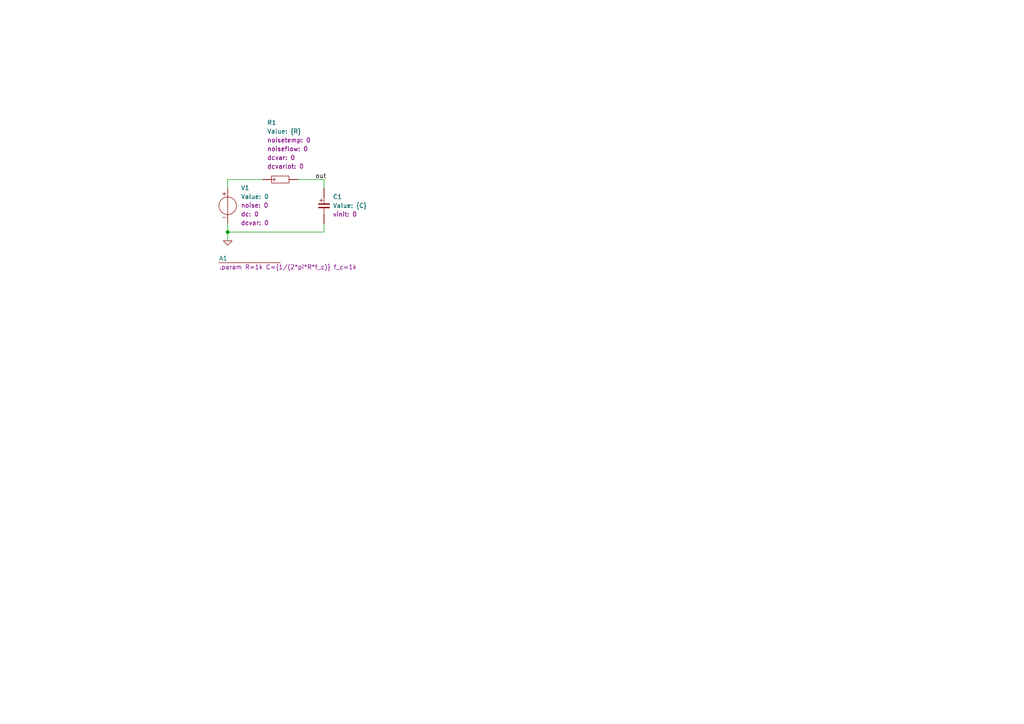
<source format=kicad_sch>
(kicad_sch (version 20230121) (generator eeschema)
  (paper "A4")
  (title_block (title "myFirstRCnetwork"))
  (lib_symbols
    (symbol "SLiCAP:C" (pin_numbers hide) (pin_names (offset 1.016) hide)
      (property "Reference" "C?" (at 13.97 3.81 0))
      (property "Value" "{C}" (at 12.7 1.27 0) (show_name))
      (property "vinit" "0" (at 16.51 -1.27 0) (show_name))
      (symbol "C_0_0"
        (text "+" (at 9.398 1.651 0) (effects (font (size 1.27 1.27))))
        (pin passive line (at 10.16 -5.08 90) (length 2.54) (name "1") (number "1"))
        (pin passive line (at 10.16 5.08 270) (length 2.54) (name "2") (number "2"))
      )
      (symbol "C_0_1"
        (polyline (pts (xy 8.636 -0.508) (xy 11.684 -0.508)) (stroke (width 0.381)))
        (polyline (pts (xy 8.636 0.508) (xy 11.684 0.508)) (stroke (width 0.381)))
        (polyline (pts (xy 10.16 -2.54) (xy 10.16 -0.508)))
        (polyline (pts (xy 10.16 2.54) (xy 10.16 0.508)))
      )
    )
    (symbol "SLiCAP:Command" (pin_numbers hide) (pin_names (offset 0) hide)
      (property "Reference" "A?" (at 0 1.27 0))
      (property "command" "?" (at 0 -1.905 0))
      (symbol "Command_0_1"
        (polyline (pts (xy 0 0) (xy 17.78 0)))
      )
    )
    (symbol "SLiCAP:R" (pin_numbers hide) (pin_names (offset 1.016) hide)
      (property "Reference" "R?" (at 12.065 3.81 0))
      (property "Value" "{R}" (at 12.065 1.905 0) (show_name))
      (property "noisetemp" "0" (at 12.065 0 0) (show_name))
      (property "noiseflow" "0" (at 25.4 0 0) (show_name))
      (property "dcvar" "0" (at 12.065 -1.905 0) (show_name))
      (property "dcvarlot" "0" (at 25.4 -1.905 0) (show_name))
      (symbol "R_0_0"
        (text "+" (at 10.16 1.905 0) (effects (font (size 1.27 1.27))))
        (pin passive line (at 10.16 -5.08 90) (length 2.54) (name "1") (number "1"))
        (pin passive line (at 10.16 5.08 270) (length 2.54) (name "2") (number "2"))
      )
      (symbol "R_0_1"
        (rectangle (start 9.144 2.54) (end 11.176 -2.54))
      )
    )
    (symbol "SLiCAP:V" (pin_numbers hide) (pin_names (offset 0) hide)
      (property "Reference" "V?" (at 3.175 4.445 0))
      (property "Value" "{V}" (at 3.175 2.54 0) (show_name))
      (property "noise" "0" (at 3.175 -3.175 0) (show_name))
      (property "dc" "0" (at 3.175 0.635 0) (show_name))
      (property "dcvar" "0" (at 3.175 -1.27 0) (show_name))
      (symbol "V_0_0"
        (circle (center 0 0) (radius 2.54))
        (text "+" (at -1.016 3.556 0) (effects (font (size 1.27 1.27))))
        (text "-" (at -1.016 -3.302 0) (effects (font (size 1.27 1.27))))
        (pin power_out line (at 0 5.08 270) (length 2.54) (name "p") (number "1"))
        (pin power_out line (at 0 -5.08 90) (length 2.54) (name "n") (number "2"))
      )
      (symbol "V_0_1"
        (polyline (pts (xy 0 2.54) (xy 0 -2.54)))
      )
    )
    (symbol "Simulation_SPICE:0" (power) (pin_names (offset 0))
      (property "Value" "0" (at 0 -1.778 0))
      (symbol "0_0_1"
        (polyline (pts (xy -1.27 0) (xy 0 -1.27) (xy 1.27 0) (xy -1.27 0)))
      )
      (symbol "0_1_1"
        (pin power_in line (at 0 0 0) (length 0) hide (name "0") (number "1"))
      )
    )
  )
  (junction (at 66.04 67.31))
  (wire (pts (xy 93.98 64.77) (xy 93.98 67.31)))
  (wire (pts (xy 66.04 67.31) (xy 93.98 67.31)))
  (wire (pts (xy 93.98 54.61) (xy 93.98 52.07)))
  (wire (pts (xy 66.04 52.07) (xy 66.04 54.61)))
  (wire (pts (xy 66.04 64.77) (xy 66.04 67.31)))
  (wire (pts (xy 66.04 67.31) (xy 66.04 69.85)))
  (wire (pts (xy 76.2 52.07) (xy 66.04 52.07)))
  (wire (pts (xy 93.98 52.07) (xy 86.36 52.07)))
  (label "out" (at 91.44 52.07 0))
  (symbol (lib_id "SLiCAP:V") (at 66.04 59.69 0) (unit 1)
    (property "Reference" "V1" (at 69.85 54.483 0) (effects (justify left)))
    (property "Value" "0" (at 69.85 57.023 0) (show_name) (effects (justify left)))
    (property "noise" "0" (at 69.85 59.563 0) (show_name) (effects (justify left)))
    (property "dc" "0" (at 69.85 62.103 0) (show_name) (effects (justify left)))
    (property "dcvar" "0" (at 69.85 64.643 0) (show_name) (effects (justify left)))
    (property "model" "V" (effects hide))
  )
  (symbol (lib_id "SLiCAP:C") (at 83.82 59.69 0) (unit 1)
    (property "Reference" "C1" (at 96.52 57.0837 0) (effects (justify left)))
    (property "Value" "{C}" (at 96.52 59.6237 0) (show_name) (effects (justify left)))
    (property "model" "C" (effects hide))
    (property "vinit" "0" (at 96.52 62.1637 0) (show_name) (effects (justify left)))
  )
  (symbol (lib_id "Simulation_SPICE:0") (at 66.04 69.85 0) (unit 1)
    (property "Reference" "#GND01" (effects hide))
    (property "Value" "0" (effects hide))
  )
  (symbol (lib_id "SLiCAP:Command") (at 63.5 76.2 0) (unit 1)
    (property "Reference" "A1" (at 63.5 74.93 0) (effects (justify left)))
    (property "command" ".param R=1k C={1/(2*pi*R*f_c)} f_c=1k" (at 63.5 77.47 0) (effects (justify left)))
  )
  (symbol (lib_id "SLiCAP:R") (at 81.28 62.23 90) (unit 1)
    (property "Reference" "R1" (at 77.47 35.56 90) (effects (justify right)))
    (property "Value" "{R}" (at 77.47 38.1 90) (show_name) (effects (justify right)))
    (property "model" "R" (effects hide))
    (property "noisetemp" "0" (at 77.47 40.64 90) (show_name) (effects (justify right)))
    (property "noiseflow" "0" (at 77.47 43.18 90) (show_name) (effects (justify right)))
    (property "dcvar" "0" (at 77.47 45.72 90) (show_name) (effects (justify right)))
    (property "dcvarlot" "0" (at 77.47 48.26 90) (show_name) (effects (justify right)))
  )
)
</source>
